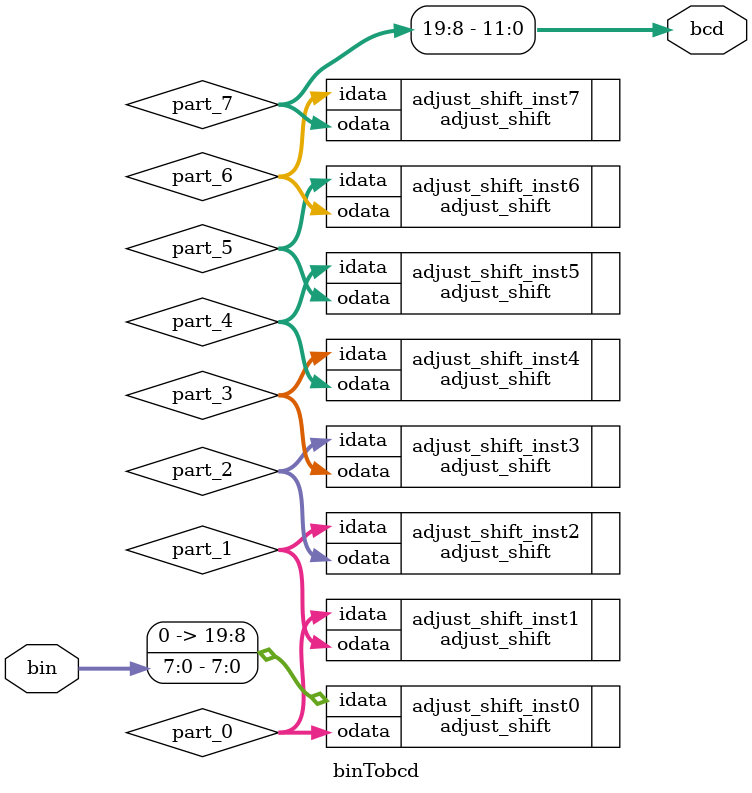
<source format=v>
module binTobcd(
    input     wire         [7:0]     bin,
    output    wire         [11:0]    bcd
);

    wire         [19:0]    part_0;
    wire         [19:0]    part_1;
    wire         [19:0]    part_2;
    wire         [19:0]    part_3;
    wire         [19:0]    part_4;
    wire         [19:0]    part_5;
    wire         [19:0]    part_6;
    wire         [19:0]    part_7;

    adjust_shift adjust_shift_inst0(.idata    ({12'd0, bin}),   .odata(part_0));
    adjust_shift adjust_shift_inst1(.idata    (part_0),         .odata(part_1));
    adjust_shift adjust_shift_inst2(.idata    (part_1),         .odata(part_2));
    adjust_shift adjust_shift_inst3(.idata    (part_2),         .odata(part_3));
    adjust_shift adjust_shift_inst4(.idata    (part_3),         .odata(part_4));
    adjust_shift adjust_shift_inst5(.idata    (part_4),         .odata(part_5));
    adjust_shift adjust_shift_inst6(.idata    (part_5),         .odata(part_6));
    adjust_shift adjust_shift_inst7(.idata    (part_6),         .odata(part_7));

    assign bcd = part_7[19:8];

endmodule
</source>
